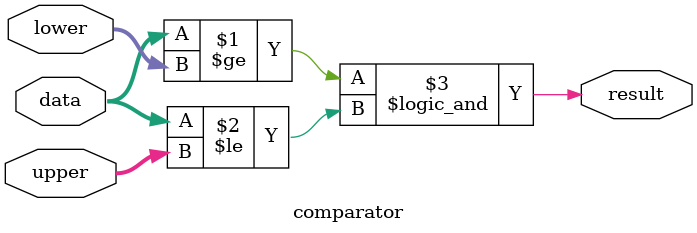
<source format=sv>
module range_detector_sync(
    input wire clk, rst_n,
    input wire [7:0] data_in,
    input wire [7:0] lower_bound, upper_bound,
    output reg in_range
);
    wire compare_result;
    
    comparator comp_inst (
        .data(data_in),
        .lower(lower_bound),
        .upper(upper_bound),
        .result(compare_result)
    );
    
    always @(posedge clk or negedge rst_n) begin
        if (!rst_n) in_range <= 1'b0;
        else in_range <= compare_result;
    end
endmodule

// 添加缺失的comparator模块
module comparator(
    input wire [7:0] data,
    input wire [7:0] lower,
    input wire [7:0] upper,
    output wire result
);
    assign result = (data >= lower) && (data <= upper);
endmodule
</source>
